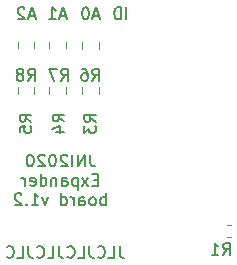
<source format=gbr>
%TF.GenerationSoftware,KiCad,Pcbnew,(5.1.6)-1*%
%TF.CreationDate,2020-09-14T23:39:59+02:00*%
%TF.ProjectId,gpioexpander,6770696f-6578-4706-916e-6465722e6b69,rev?*%
%TF.SameCoordinates,Original*%
%TF.FileFunction,Legend,Bot*%
%TF.FilePolarity,Positive*%
%FSLAX46Y46*%
G04 Gerber Fmt 4.6, Leading zero omitted, Abs format (unit mm)*
G04 Created by KiCad (PCBNEW (5.1.6)-1) date 2020-09-14 23:39:59*
%MOMM*%
%LPD*%
G01*
G04 APERTURE LIST*
%ADD10C,0.150000*%
%ADD11C,0.120000*%
G04 APERTURE END LIST*
D10*
X120729285Y-58967666D02*
X120253095Y-58967666D01*
X120824523Y-59253380D02*
X120491190Y-58253380D01*
X120157857Y-59253380D01*
X119300714Y-59253380D02*
X119872142Y-59253380D01*
X119586428Y-59253380D02*
X119586428Y-58253380D01*
X119681666Y-58396238D01*
X119776904Y-58491476D01*
X119872142Y-58539095D01*
X118062285Y-58967666D02*
X117586095Y-58967666D01*
X118157523Y-59253380D02*
X117824190Y-58253380D01*
X117490857Y-59253380D01*
X117205142Y-58348619D02*
X117157523Y-58301000D01*
X117062285Y-58253380D01*
X116824190Y-58253380D01*
X116728952Y-58301000D01*
X116681333Y-58348619D01*
X116633714Y-58443857D01*
X116633714Y-58539095D01*
X116681333Y-58681952D01*
X117252761Y-59253380D01*
X116633714Y-59253380D01*
X123523285Y-58967666D02*
X123047095Y-58967666D01*
X123618523Y-59253380D02*
X123285190Y-58253380D01*
X122951857Y-59253380D01*
X122428047Y-58253380D02*
X122332809Y-58253380D01*
X122237571Y-58301000D01*
X122189952Y-58348619D01*
X122142333Y-58443857D01*
X122094714Y-58634333D01*
X122094714Y-58872428D01*
X122142333Y-59062904D01*
X122189952Y-59158142D01*
X122237571Y-59205761D01*
X122332809Y-59253380D01*
X122428047Y-59253380D01*
X122523285Y-59205761D01*
X122570904Y-59158142D01*
X122618523Y-59062904D01*
X122666142Y-58872428D01*
X122666142Y-58634333D01*
X122618523Y-58443857D01*
X122570904Y-58348619D01*
X122523285Y-58301000D01*
X122428047Y-58253380D01*
X125849000Y-59253380D02*
X125849000Y-58253380D01*
X125372809Y-59253380D02*
X125372809Y-58253380D01*
X125134714Y-58253380D01*
X124991857Y-58301000D01*
X124896619Y-58396238D01*
X124849000Y-58491476D01*
X124801380Y-58681952D01*
X124801380Y-58824809D01*
X124849000Y-59015285D01*
X124896619Y-59110523D01*
X124991857Y-59205761D01*
X125134714Y-59253380D01*
X125372809Y-59253380D01*
X125269047Y-78446380D02*
X125269047Y-79160666D01*
X125316666Y-79303523D01*
X125411904Y-79398761D01*
X125554761Y-79446380D01*
X125650000Y-79446380D01*
X124316666Y-79446380D02*
X124792857Y-79446380D01*
X124792857Y-78446380D01*
X123411904Y-79351142D02*
X123459523Y-79398761D01*
X123602380Y-79446380D01*
X123697619Y-79446380D01*
X123840476Y-79398761D01*
X123935714Y-79303523D01*
X123983333Y-79208285D01*
X124030952Y-79017809D01*
X124030952Y-78874952D01*
X123983333Y-78684476D01*
X123935714Y-78589238D01*
X123840476Y-78494000D01*
X123697619Y-78446380D01*
X123602380Y-78446380D01*
X123459523Y-78494000D01*
X123411904Y-78541619D01*
X122697619Y-78446380D02*
X122697619Y-79160666D01*
X122745238Y-79303523D01*
X122840476Y-79398761D01*
X122983333Y-79446380D01*
X123078571Y-79446380D01*
X121745238Y-79446380D02*
X122221428Y-79446380D01*
X122221428Y-78446380D01*
X120840476Y-79351142D02*
X120888095Y-79398761D01*
X121030952Y-79446380D01*
X121126190Y-79446380D01*
X121269047Y-79398761D01*
X121364285Y-79303523D01*
X121411904Y-79208285D01*
X121459523Y-79017809D01*
X121459523Y-78874952D01*
X121411904Y-78684476D01*
X121364285Y-78589238D01*
X121269047Y-78494000D01*
X121126190Y-78446380D01*
X121030952Y-78446380D01*
X120888095Y-78494000D01*
X120840476Y-78541619D01*
X120126190Y-78446380D02*
X120126190Y-79160666D01*
X120173809Y-79303523D01*
X120269047Y-79398761D01*
X120411904Y-79446380D01*
X120507142Y-79446380D01*
X119173809Y-79446380D02*
X119650000Y-79446380D01*
X119650000Y-78446380D01*
X118269047Y-79351142D02*
X118316666Y-79398761D01*
X118459523Y-79446380D01*
X118554761Y-79446380D01*
X118697619Y-79398761D01*
X118792857Y-79303523D01*
X118840476Y-79208285D01*
X118888095Y-79017809D01*
X118888095Y-78874952D01*
X118840476Y-78684476D01*
X118792857Y-78589238D01*
X118697619Y-78494000D01*
X118554761Y-78446380D01*
X118459523Y-78446380D01*
X118316666Y-78494000D01*
X118269047Y-78541619D01*
X117554761Y-78446380D02*
X117554761Y-79160666D01*
X117602380Y-79303523D01*
X117697619Y-79398761D01*
X117840476Y-79446380D01*
X117935714Y-79446380D01*
X116602380Y-79446380D02*
X117078571Y-79446380D01*
X117078571Y-78446380D01*
X115697619Y-79351142D02*
X115745238Y-79398761D01*
X115888095Y-79446380D01*
X115983333Y-79446380D01*
X116126190Y-79398761D01*
X116221428Y-79303523D01*
X116269047Y-79208285D01*
X116316666Y-79017809D01*
X116316666Y-78874952D01*
X116269047Y-78684476D01*
X116221428Y-78589238D01*
X116126190Y-78494000D01*
X115983333Y-78446380D01*
X115888095Y-78446380D01*
X115745238Y-78494000D01*
X115697619Y-78541619D01*
X122792809Y-70700380D02*
X122792809Y-71414666D01*
X122840428Y-71557523D01*
X122935666Y-71652761D01*
X123078523Y-71700380D01*
X123173761Y-71700380D01*
X122316619Y-71700380D02*
X122316619Y-70700380D01*
X121745190Y-71700380D01*
X121745190Y-70700380D01*
X121269000Y-71700380D02*
X121269000Y-70700380D01*
X120840428Y-70795619D02*
X120792809Y-70748000D01*
X120697571Y-70700380D01*
X120459476Y-70700380D01*
X120364238Y-70748000D01*
X120316619Y-70795619D01*
X120269000Y-70890857D01*
X120269000Y-70986095D01*
X120316619Y-71128952D01*
X120888047Y-71700380D01*
X120269000Y-71700380D01*
X119649952Y-70700380D02*
X119554714Y-70700380D01*
X119459476Y-70748000D01*
X119411857Y-70795619D01*
X119364238Y-70890857D01*
X119316619Y-71081333D01*
X119316619Y-71319428D01*
X119364238Y-71509904D01*
X119411857Y-71605142D01*
X119459476Y-71652761D01*
X119554714Y-71700380D01*
X119649952Y-71700380D01*
X119745190Y-71652761D01*
X119792809Y-71605142D01*
X119840428Y-71509904D01*
X119888047Y-71319428D01*
X119888047Y-71081333D01*
X119840428Y-70890857D01*
X119792809Y-70795619D01*
X119745190Y-70748000D01*
X119649952Y-70700380D01*
X118935666Y-70795619D02*
X118888047Y-70748000D01*
X118792809Y-70700380D01*
X118554714Y-70700380D01*
X118459476Y-70748000D01*
X118411857Y-70795619D01*
X118364238Y-70890857D01*
X118364238Y-70986095D01*
X118411857Y-71128952D01*
X118983285Y-71700380D01*
X118364238Y-71700380D01*
X117745190Y-70700380D02*
X117649952Y-70700380D01*
X117554714Y-70748000D01*
X117507095Y-70795619D01*
X117459476Y-70890857D01*
X117411857Y-71081333D01*
X117411857Y-71319428D01*
X117459476Y-71509904D01*
X117507095Y-71605142D01*
X117554714Y-71652761D01*
X117649952Y-71700380D01*
X117745190Y-71700380D01*
X117840428Y-71652761D01*
X117888047Y-71605142D01*
X117935666Y-71509904D01*
X117983285Y-71319428D01*
X117983285Y-71081333D01*
X117935666Y-70890857D01*
X117888047Y-70795619D01*
X117840428Y-70748000D01*
X117745190Y-70700380D01*
X123435666Y-72826571D02*
X123102333Y-72826571D01*
X122959476Y-73350380D02*
X123435666Y-73350380D01*
X123435666Y-72350380D01*
X122959476Y-72350380D01*
X122626142Y-73350380D02*
X122102333Y-72683714D01*
X122626142Y-72683714D02*
X122102333Y-73350380D01*
X121721380Y-72683714D02*
X121721380Y-73683714D01*
X121721380Y-72731333D02*
X121626142Y-72683714D01*
X121435666Y-72683714D01*
X121340428Y-72731333D01*
X121292809Y-72778952D01*
X121245190Y-72874190D01*
X121245190Y-73159904D01*
X121292809Y-73255142D01*
X121340428Y-73302761D01*
X121435666Y-73350380D01*
X121626142Y-73350380D01*
X121721380Y-73302761D01*
X120388047Y-73350380D02*
X120388047Y-72826571D01*
X120435666Y-72731333D01*
X120530904Y-72683714D01*
X120721380Y-72683714D01*
X120816619Y-72731333D01*
X120388047Y-73302761D02*
X120483285Y-73350380D01*
X120721380Y-73350380D01*
X120816619Y-73302761D01*
X120864238Y-73207523D01*
X120864238Y-73112285D01*
X120816619Y-73017047D01*
X120721380Y-72969428D01*
X120483285Y-72969428D01*
X120388047Y-72921809D01*
X119911857Y-72683714D02*
X119911857Y-73350380D01*
X119911857Y-72778952D02*
X119864238Y-72731333D01*
X119769000Y-72683714D01*
X119626142Y-72683714D01*
X119530904Y-72731333D01*
X119483285Y-72826571D01*
X119483285Y-73350380D01*
X118578523Y-73350380D02*
X118578523Y-72350380D01*
X118578523Y-73302761D02*
X118673761Y-73350380D01*
X118864238Y-73350380D01*
X118959476Y-73302761D01*
X119007095Y-73255142D01*
X119054714Y-73159904D01*
X119054714Y-72874190D01*
X119007095Y-72778952D01*
X118959476Y-72731333D01*
X118864238Y-72683714D01*
X118673761Y-72683714D01*
X118578523Y-72731333D01*
X117721380Y-73302761D02*
X117816619Y-73350380D01*
X118007095Y-73350380D01*
X118102333Y-73302761D01*
X118149952Y-73207523D01*
X118149952Y-72826571D01*
X118102333Y-72731333D01*
X118007095Y-72683714D01*
X117816619Y-72683714D01*
X117721380Y-72731333D01*
X117673761Y-72826571D01*
X117673761Y-72921809D01*
X118149952Y-73017047D01*
X117245190Y-73350380D02*
X117245190Y-72683714D01*
X117245190Y-72874190D02*
X117197571Y-72778952D01*
X117149952Y-72731333D01*
X117054714Y-72683714D01*
X116959476Y-72683714D01*
X124102333Y-75000380D02*
X124102333Y-74000380D01*
X124102333Y-74381333D02*
X124007095Y-74333714D01*
X123816619Y-74333714D01*
X123721380Y-74381333D01*
X123673761Y-74428952D01*
X123626142Y-74524190D01*
X123626142Y-74809904D01*
X123673761Y-74905142D01*
X123721380Y-74952761D01*
X123816619Y-75000380D01*
X124007095Y-75000380D01*
X124102333Y-74952761D01*
X123054714Y-75000380D02*
X123149952Y-74952761D01*
X123197571Y-74905142D01*
X123245190Y-74809904D01*
X123245190Y-74524190D01*
X123197571Y-74428952D01*
X123149952Y-74381333D01*
X123054714Y-74333714D01*
X122911857Y-74333714D01*
X122816619Y-74381333D01*
X122769000Y-74428952D01*
X122721380Y-74524190D01*
X122721380Y-74809904D01*
X122769000Y-74905142D01*
X122816619Y-74952761D01*
X122911857Y-75000380D01*
X123054714Y-75000380D01*
X121864238Y-75000380D02*
X121864238Y-74476571D01*
X121911857Y-74381333D01*
X122007095Y-74333714D01*
X122197571Y-74333714D01*
X122292809Y-74381333D01*
X121864238Y-74952761D02*
X121959476Y-75000380D01*
X122197571Y-75000380D01*
X122292809Y-74952761D01*
X122340428Y-74857523D01*
X122340428Y-74762285D01*
X122292809Y-74667047D01*
X122197571Y-74619428D01*
X121959476Y-74619428D01*
X121864238Y-74571809D01*
X121388047Y-75000380D02*
X121388047Y-74333714D01*
X121388047Y-74524190D02*
X121340428Y-74428952D01*
X121292809Y-74381333D01*
X121197571Y-74333714D01*
X121102333Y-74333714D01*
X120340428Y-75000380D02*
X120340428Y-74000380D01*
X120340428Y-74952761D02*
X120435666Y-75000380D01*
X120626142Y-75000380D01*
X120721380Y-74952761D01*
X120769000Y-74905142D01*
X120816619Y-74809904D01*
X120816619Y-74524190D01*
X120769000Y-74428952D01*
X120721380Y-74381333D01*
X120626142Y-74333714D01*
X120435666Y-74333714D01*
X120340428Y-74381333D01*
X119197571Y-74333714D02*
X118959476Y-75000380D01*
X118721380Y-74333714D01*
X117816619Y-75000380D02*
X118388047Y-75000380D01*
X118102333Y-75000380D02*
X118102333Y-74000380D01*
X118197571Y-74143238D01*
X118292809Y-74238476D01*
X118388047Y-74286095D01*
X117388047Y-74905142D02*
X117340428Y-74952761D01*
X117388047Y-75000380D01*
X117435666Y-74952761D01*
X117388047Y-74905142D01*
X117388047Y-75000380D01*
X116959476Y-74095619D02*
X116911857Y-74048000D01*
X116816619Y-74000380D01*
X116578523Y-74000380D01*
X116483285Y-74048000D01*
X116435666Y-74095619D01*
X116388047Y-74190857D01*
X116388047Y-74286095D01*
X116435666Y-74428952D01*
X117007095Y-75000380D01*
X116388047Y-75000380D01*
D11*
%TO.C,R4*%
X120725000Y-65025748D02*
X120725000Y-65548252D01*
X119305000Y-65025748D02*
X119305000Y-65548252D01*
%TO.C,R8*%
X116638000Y-61720252D02*
X116638000Y-61197748D01*
X118058000Y-61720252D02*
X118058000Y-61197748D01*
%TO.C,R7*%
X119305000Y-61720252D02*
X119305000Y-61197748D01*
X120725000Y-61720252D02*
X120725000Y-61197748D01*
%TO.C,R5*%
X118058000Y-65016748D02*
X118058000Y-65539252D01*
X116638000Y-65016748D02*
X116638000Y-65539252D01*
%TO.C,R3*%
X123519000Y-65025748D02*
X123519000Y-65548252D01*
X122099000Y-65025748D02*
X122099000Y-65548252D01*
%TO.C,R6*%
X122099000Y-61729252D02*
X122099000Y-61206748D01*
X123519000Y-61729252D02*
X123519000Y-61206748D01*
%TO.C,R1*%
X134678267Y-77726000D02*
X134335733Y-77726000D01*
X134678267Y-76706000D02*
X134335733Y-76706000D01*
%TO.C,R4*%
D10*
X120594380Y-67905333D02*
X120118190Y-67572000D01*
X120594380Y-67333904D02*
X119594380Y-67333904D01*
X119594380Y-67714857D01*
X119642000Y-67810095D01*
X119689619Y-67857714D01*
X119784857Y-67905333D01*
X119927714Y-67905333D01*
X120022952Y-67857714D01*
X120070571Y-67810095D01*
X120118190Y-67714857D01*
X120118190Y-67333904D01*
X119927714Y-68762476D02*
X120594380Y-68762476D01*
X119546761Y-68524380D02*
X120261047Y-68286285D01*
X120261047Y-68905333D01*
%TO.C,R8*%
X117514666Y-64451380D02*
X117848000Y-63975190D01*
X118086095Y-64451380D02*
X118086095Y-63451380D01*
X117705142Y-63451380D01*
X117609904Y-63499000D01*
X117562285Y-63546619D01*
X117514666Y-63641857D01*
X117514666Y-63784714D01*
X117562285Y-63879952D01*
X117609904Y-63927571D01*
X117705142Y-63975190D01*
X118086095Y-63975190D01*
X116943238Y-63879952D02*
X117038476Y-63832333D01*
X117086095Y-63784714D01*
X117133714Y-63689476D01*
X117133714Y-63641857D01*
X117086095Y-63546619D01*
X117038476Y-63499000D01*
X116943238Y-63451380D01*
X116752761Y-63451380D01*
X116657523Y-63499000D01*
X116609904Y-63546619D01*
X116562285Y-63641857D01*
X116562285Y-63689476D01*
X116609904Y-63784714D01*
X116657523Y-63832333D01*
X116752761Y-63879952D01*
X116943238Y-63879952D01*
X117038476Y-63927571D01*
X117086095Y-63975190D01*
X117133714Y-64070428D01*
X117133714Y-64260904D01*
X117086095Y-64356142D01*
X117038476Y-64403761D01*
X116943238Y-64451380D01*
X116752761Y-64451380D01*
X116657523Y-64403761D01*
X116609904Y-64356142D01*
X116562285Y-64260904D01*
X116562285Y-64070428D01*
X116609904Y-63975190D01*
X116657523Y-63927571D01*
X116752761Y-63879952D01*
%TO.C,R7*%
X120308666Y-64442380D02*
X120642000Y-63966190D01*
X120880095Y-64442380D02*
X120880095Y-63442380D01*
X120499142Y-63442380D01*
X120403904Y-63490000D01*
X120356285Y-63537619D01*
X120308666Y-63632857D01*
X120308666Y-63775714D01*
X120356285Y-63870952D01*
X120403904Y-63918571D01*
X120499142Y-63966190D01*
X120880095Y-63966190D01*
X119975333Y-63442380D02*
X119308666Y-63442380D01*
X119737238Y-64442380D01*
%TO.C,R5*%
X117800380Y-67914333D02*
X117324190Y-67581000D01*
X117800380Y-67342904D02*
X116800380Y-67342904D01*
X116800380Y-67723857D01*
X116848000Y-67819095D01*
X116895619Y-67866714D01*
X116990857Y-67914333D01*
X117133714Y-67914333D01*
X117228952Y-67866714D01*
X117276571Y-67819095D01*
X117324190Y-67723857D01*
X117324190Y-67342904D01*
X116800380Y-68819095D02*
X116800380Y-68342904D01*
X117276571Y-68295285D01*
X117228952Y-68342904D01*
X117181333Y-68438142D01*
X117181333Y-68676238D01*
X117228952Y-68771476D01*
X117276571Y-68819095D01*
X117371809Y-68866714D01*
X117609904Y-68866714D01*
X117705142Y-68819095D01*
X117752761Y-68771476D01*
X117800380Y-68676238D01*
X117800380Y-68438142D01*
X117752761Y-68342904D01*
X117705142Y-68295285D01*
%TO.C,R3*%
X123261380Y-67923333D02*
X122785190Y-67590000D01*
X123261380Y-67351904D02*
X122261380Y-67351904D01*
X122261380Y-67732857D01*
X122309000Y-67828095D01*
X122356619Y-67875714D01*
X122451857Y-67923333D01*
X122594714Y-67923333D01*
X122689952Y-67875714D01*
X122737571Y-67828095D01*
X122785190Y-67732857D01*
X122785190Y-67351904D01*
X122261380Y-68256666D02*
X122261380Y-68875714D01*
X122642333Y-68542380D01*
X122642333Y-68685238D01*
X122689952Y-68780476D01*
X122737571Y-68828095D01*
X122832809Y-68875714D01*
X123070904Y-68875714D01*
X123166142Y-68828095D01*
X123213761Y-68780476D01*
X123261380Y-68685238D01*
X123261380Y-68399523D01*
X123213761Y-68304285D01*
X123166142Y-68256666D01*
%TO.C,R6*%
X122975666Y-64451380D02*
X123309000Y-63975190D01*
X123547095Y-64451380D02*
X123547095Y-63451380D01*
X123166142Y-63451380D01*
X123070904Y-63499000D01*
X123023285Y-63546619D01*
X122975666Y-63641857D01*
X122975666Y-63784714D01*
X123023285Y-63879952D01*
X123070904Y-63927571D01*
X123166142Y-63975190D01*
X123547095Y-63975190D01*
X122118523Y-63451380D02*
X122309000Y-63451380D01*
X122404238Y-63499000D01*
X122451857Y-63546619D01*
X122547095Y-63689476D01*
X122594714Y-63879952D01*
X122594714Y-64260904D01*
X122547095Y-64356142D01*
X122499476Y-64403761D01*
X122404238Y-64451380D01*
X122213761Y-64451380D01*
X122118523Y-64403761D01*
X122070904Y-64356142D01*
X122023285Y-64260904D01*
X122023285Y-64022809D01*
X122070904Y-63927571D01*
X122118523Y-63879952D01*
X122213761Y-63832333D01*
X122404238Y-63832333D01*
X122499476Y-63879952D01*
X122547095Y-63927571D01*
X122594714Y-64022809D01*
%TO.C,R1*%
X134024666Y-79192380D02*
X134358000Y-78716190D01*
X134596095Y-79192380D02*
X134596095Y-78192380D01*
X134215142Y-78192380D01*
X134119904Y-78240000D01*
X134072285Y-78287619D01*
X134024666Y-78382857D01*
X134024666Y-78525714D01*
X134072285Y-78620952D01*
X134119904Y-78668571D01*
X134215142Y-78716190D01*
X134596095Y-78716190D01*
X133072285Y-79192380D02*
X133643714Y-79192380D01*
X133358000Y-79192380D02*
X133358000Y-78192380D01*
X133453238Y-78335238D01*
X133548476Y-78430476D01*
X133643714Y-78478095D01*
%TD*%
M02*

</source>
